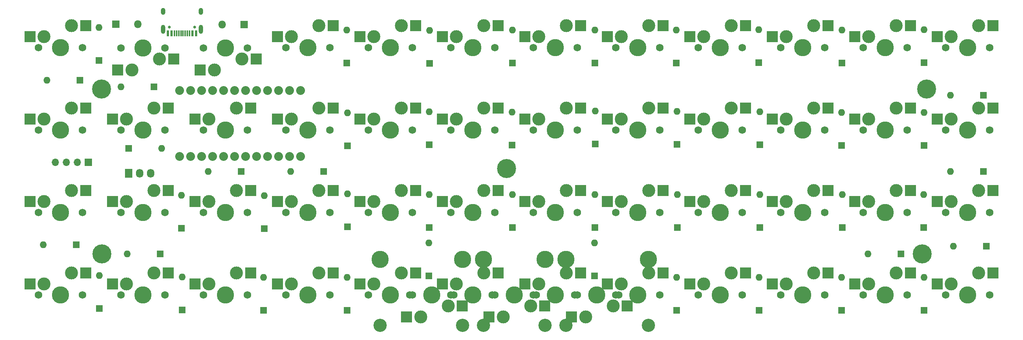
<source format=gbr>
%TF.GenerationSoftware,KiCad,Pcbnew,(6.0.6)*%
%TF.CreationDate,2023-05-08T18:03:42+05:30*%
%TF.ProjectId,Contra,436f6e74-7261-42e6-9b69-6361645f7063,rev?*%
%TF.SameCoordinates,Original*%
%TF.FileFunction,Soldermask,Bot*%
%TF.FilePolarity,Negative*%
%FSLAX46Y46*%
G04 Gerber Fmt 4.6, Leading zero omitted, Abs format (unit mm)*
G04 Created by KiCad (PCBNEW (6.0.6)) date 2023-05-08 18:03:42*
%MOMM*%
%LPD*%
G01*
G04 APERTURE LIST*
%ADD10C,3.987800*%
%ADD11C,1.750000*%
%ADD12C,3.000000*%
%ADD13R,2.550000X2.500000*%
%ADD14C,3.048000*%
%ADD15C,0.700000*%
%ADD16C,4.400000*%
%ADD17R,1.730000X2.030000*%
%ADD18O,1.730000X2.030000*%
%ADD19C,2.032000*%
%ADD20R,1.600000X1.600000*%
%ADD21O,1.600000X1.600000*%
%ADD22R,1.700000X1.700000*%
%ADD23O,1.700000X1.700000*%
%ADD24C,0.650000*%
%ADD25R,0.600000X1.450000*%
%ADD26R,0.300000X1.450000*%
%ADD27O,1.000000X2.100000*%
%ADD28O,1.000000X1.600000*%
%ADD29R,1.800000X1.800000*%
%ADD30O,1.800000X1.800000*%
G04 APERTURE END LIST*
D10*
%TO.C,MX1*%
X38100000Y-38100000D03*
D11*
X33020000Y-38100000D03*
D12*
X34290000Y-35560000D03*
D11*
X43180000Y-38100000D03*
D12*
X40640000Y-33020000D03*
D13*
X31015000Y-35560000D03*
X43942000Y-33020000D03*
%TD*%
D12*
%TO.C,MX4*%
X97790000Y-33020000D03*
X91440000Y-35560000D03*
D11*
X90170000Y-38100000D03*
D10*
X95250000Y-38100000D03*
D11*
X100330000Y-38100000D03*
D13*
X88165000Y-35560000D03*
X101092000Y-33020000D03*
%TD*%
D11*
%TO.C,MX5*%
X119380000Y-38100000D03*
D12*
X116840000Y-33020000D03*
D11*
X109220000Y-38100000D03*
D10*
X114300000Y-38100000D03*
D12*
X110490000Y-35560000D03*
D13*
X107215000Y-35560000D03*
X120142000Y-33020000D03*
%TD*%
D12*
%TO.C,MX6*%
X129540000Y-35560000D03*
D11*
X128270000Y-38100000D03*
X138430000Y-38100000D03*
D10*
X133350000Y-38100000D03*
D12*
X135890000Y-33020000D03*
D13*
X126265000Y-35560000D03*
X139192000Y-33020000D03*
%TD*%
D11*
%TO.C,MX7*%
X157480000Y-38100000D03*
D12*
X154940000Y-33020000D03*
D10*
X152400000Y-38100000D03*
D11*
X147320000Y-38100000D03*
D12*
X148590000Y-35560000D03*
D13*
X145315000Y-35560000D03*
X158242000Y-33020000D03*
%TD*%
D12*
%TO.C,MX8*%
X167640000Y-35560000D03*
D11*
X166370000Y-38100000D03*
D10*
X171450000Y-38100000D03*
D11*
X176530000Y-38100000D03*
D12*
X173990000Y-33020000D03*
D13*
X164365000Y-35560000D03*
X177292000Y-33020000D03*
%TD*%
D12*
%TO.C,MX9*%
X186690000Y-35560000D03*
X193040000Y-33020000D03*
D11*
X185420000Y-38100000D03*
D10*
X190500000Y-38100000D03*
D11*
X195580000Y-38100000D03*
D13*
X183415000Y-35560000D03*
X196342000Y-33020000D03*
%TD*%
D11*
%TO.C,MX10*%
X204470000Y-38100000D03*
D12*
X205740000Y-35560000D03*
X212090000Y-33020000D03*
D10*
X209550000Y-38100000D03*
D11*
X214630000Y-38100000D03*
D13*
X202465000Y-35560000D03*
X215392000Y-33020000D03*
%TD*%
D11*
%TO.C,MX11*%
X223520000Y-38100000D03*
D12*
X224790000Y-35560000D03*
D11*
X233680000Y-38100000D03*
D12*
X231140000Y-33020000D03*
D10*
X228600000Y-38100000D03*
D13*
X221515000Y-35560000D03*
X234442000Y-33020000D03*
%TD*%
D12*
%TO.C,MX12*%
X250190000Y-33020000D03*
D11*
X242570000Y-38100000D03*
D10*
X247650000Y-38100000D03*
D12*
X243840000Y-35560000D03*
D11*
X252730000Y-38100000D03*
D13*
X240565000Y-35560000D03*
X253492000Y-33020000D03*
%TD*%
D12*
%TO.C,MX13*%
X34290000Y-54610000D03*
D11*
X43180000Y-57150000D03*
D12*
X40640000Y-52070000D03*
D11*
X33020000Y-57150000D03*
D10*
X38100000Y-57150000D03*
D13*
X31015000Y-54610000D03*
X43942000Y-52070000D03*
%TD*%
D10*
%TO.C,MX14*%
X57150000Y-57150000D03*
D12*
X53340000Y-54610000D03*
X59690000Y-52070000D03*
D11*
X62230000Y-57150000D03*
X52070000Y-57150000D03*
D13*
X50065000Y-54610000D03*
X62992000Y-52070000D03*
%TD*%
D11*
%TO.C,MX15*%
X81280000Y-57150000D03*
D12*
X78740000Y-52070000D03*
X72390000Y-54610000D03*
D11*
X71120000Y-57150000D03*
D10*
X76200000Y-57150000D03*
D13*
X69115000Y-54610000D03*
X82042000Y-52070000D03*
%TD*%
D12*
%TO.C,MX16*%
X97790000Y-52070000D03*
X91440000Y-54610000D03*
D10*
X95250000Y-57150000D03*
D11*
X100330000Y-57150000D03*
X90170000Y-57150000D03*
D13*
X88165000Y-54610000D03*
X101092000Y-52070000D03*
%TD*%
D10*
%TO.C,MX17*%
X114300000Y-57150000D03*
D12*
X116840000Y-52070000D03*
X110490000Y-54610000D03*
D11*
X109220000Y-57150000D03*
X119380000Y-57150000D03*
D13*
X107215000Y-54610000D03*
X120142000Y-52070000D03*
%TD*%
D12*
%TO.C,MX18*%
X129540000Y-54610000D03*
X135890000Y-52070000D03*
D10*
X133350000Y-57150000D03*
D11*
X138430000Y-57150000D03*
X128270000Y-57150000D03*
D13*
X126265000Y-54610000D03*
X139192000Y-52070000D03*
%TD*%
D11*
%TO.C,MX19*%
X157480000Y-57150000D03*
D12*
X148590000Y-54610000D03*
X154940000Y-52070000D03*
D10*
X152400000Y-57150000D03*
D11*
X147320000Y-57150000D03*
D13*
X145315000Y-54610000D03*
X158242000Y-52070000D03*
%TD*%
D12*
%TO.C,MX20*%
X173990000Y-52070000D03*
D10*
X171450000Y-57150000D03*
D12*
X167640000Y-54610000D03*
D11*
X176530000Y-57150000D03*
X166370000Y-57150000D03*
D13*
X164365000Y-54610000D03*
X177292000Y-52070000D03*
%TD*%
D12*
%TO.C,MX21*%
X186690000Y-54610000D03*
D10*
X190500000Y-57150000D03*
D11*
X185420000Y-57150000D03*
X195580000Y-57150000D03*
D12*
X193040000Y-52070000D03*
D13*
X183415000Y-54610000D03*
X196342000Y-52070000D03*
%TD*%
D11*
%TO.C,MX22*%
X214630000Y-57150000D03*
D12*
X205740000Y-54610000D03*
D11*
X204470000Y-57150000D03*
D10*
X209550000Y-57150000D03*
D12*
X212090000Y-52070000D03*
D13*
X202465000Y-54610000D03*
X215392000Y-52070000D03*
%TD*%
D11*
%TO.C,MX23*%
X233680000Y-57150000D03*
X223520000Y-57150000D03*
D12*
X224790000Y-54610000D03*
D10*
X228600000Y-57150000D03*
D12*
X231140000Y-52070000D03*
D13*
X221515000Y-54610000D03*
X234442000Y-52070000D03*
%TD*%
D11*
%TO.C,MX24*%
X242570000Y-57150000D03*
X252730000Y-57150000D03*
D10*
X247650000Y-57150000D03*
D12*
X243840000Y-54610000D03*
X250190000Y-52070000D03*
D13*
X240565000Y-54610000D03*
X253492000Y-52070000D03*
%TD*%
D11*
%TO.C,MX25*%
X43180000Y-76200000D03*
D12*
X34290000Y-73660000D03*
D10*
X38100000Y-76200000D03*
D12*
X40640000Y-71120000D03*
D11*
X33020000Y-76200000D03*
D13*
X31015000Y-73660000D03*
X43942000Y-71120000D03*
%TD*%
D11*
%TO.C,MX26*%
X62230000Y-76200000D03*
D12*
X59690000Y-71120000D03*
D10*
X57150000Y-76200000D03*
D11*
X52070000Y-76200000D03*
D12*
X53340000Y-73660000D03*
D13*
X50065000Y-73660000D03*
X62992000Y-71120000D03*
%TD*%
D12*
%TO.C,MX27*%
X72390000Y-73660000D03*
X78740000Y-71120000D03*
D11*
X81280000Y-76200000D03*
X71120000Y-76200000D03*
D10*
X76200000Y-76200000D03*
D13*
X69115000Y-73660000D03*
X82042000Y-71120000D03*
%TD*%
D12*
%TO.C,MX28*%
X97790000Y-71120000D03*
D10*
X95250000Y-76200000D03*
D11*
X90170000Y-76200000D03*
D12*
X91440000Y-73660000D03*
D11*
X100330000Y-76200000D03*
D13*
X88165000Y-73660000D03*
X101092000Y-71120000D03*
%TD*%
D11*
%TO.C,MX29*%
X109220000Y-76200000D03*
D10*
X114300000Y-76200000D03*
D11*
X119380000Y-76200000D03*
D12*
X110490000Y-73660000D03*
X116840000Y-71120000D03*
D13*
X107215000Y-73660000D03*
X120142000Y-71120000D03*
%TD*%
D12*
%TO.C,MX30*%
X135890000Y-71120000D03*
D11*
X138430000Y-76200000D03*
X128270000Y-76200000D03*
D10*
X133350000Y-76200000D03*
D12*
X129540000Y-73660000D03*
D13*
X126265000Y-73660000D03*
X139192000Y-71120000D03*
%TD*%
D12*
%TO.C,MX31*%
X148590000Y-73660000D03*
X154940000Y-71120000D03*
D10*
X152400000Y-76200000D03*
D11*
X147320000Y-76200000D03*
X157480000Y-76200000D03*
D13*
X145315000Y-73660000D03*
X158242000Y-71120000D03*
%TD*%
D11*
%TO.C,MX32*%
X176530000Y-76200000D03*
D10*
X171450000Y-76200000D03*
D12*
X173990000Y-71120000D03*
D11*
X166370000Y-76200000D03*
D12*
X167640000Y-73660000D03*
D13*
X164365000Y-73660000D03*
X177292000Y-71120000D03*
%TD*%
D11*
%TO.C,MX33*%
X195580000Y-76200000D03*
X185420000Y-76200000D03*
D10*
X190500000Y-76200000D03*
D12*
X193040000Y-71120000D03*
X186690000Y-73660000D03*
D13*
X183415000Y-73660000D03*
X196342000Y-71120000D03*
%TD*%
D10*
%TO.C,MX34*%
X209550000Y-76200000D03*
D11*
X204470000Y-76200000D03*
X214630000Y-76200000D03*
D12*
X205740000Y-73660000D03*
X212090000Y-71120000D03*
D13*
X202465000Y-73660000D03*
X215392000Y-71120000D03*
%TD*%
D11*
%TO.C,MX35*%
X223520000Y-76200000D03*
D12*
X224790000Y-73660000D03*
D10*
X228600000Y-76200000D03*
D12*
X231140000Y-71120000D03*
D11*
X233680000Y-76200000D03*
D13*
X221515000Y-73660000D03*
X234442000Y-71120000D03*
%TD*%
D11*
%TO.C,MX36*%
X252730000Y-76200000D03*
D12*
X250190000Y-71120000D03*
X243840000Y-73660000D03*
D11*
X242570000Y-76200000D03*
D10*
X247650000Y-76200000D03*
D13*
X240565000Y-73660000D03*
X253492000Y-71120000D03*
%TD*%
D11*
%TO.C,MX37*%
X33020000Y-95250000D03*
X43180000Y-95250000D03*
D10*
X38100000Y-95250000D03*
D12*
X40640000Y-90170000D03*
X34290000Y-92710000D03*
D13*
X31015000Y-92710000D03*
X43942000Y-90170000D03*
%TD*%
D11*
%TO.C,MX38*%
X62230000Y-95250000D03*
D12*
X59690000Y-90170000D03*
X53340000Y-92710000D03*
D10*
X57150000Y-95250000D03*
D11*
X52070000Y-95250000D03*
D13*
X50065000Y-92710000D03*
X62992000Y-90170000D03*
%TD*%
D12*
%TO.C,MX39*%
X78740000Y-90170000D03*
D10*
X76200000Y-95250000D03*
D11*
X81280000Y-95250000D03*
X71120000Y-95250000D03*
D12*
X72390000Y-92710000D03*
D13*
X69115000Y-92710000D03*
X82042000Y-90170000D03*
%TD*%
D12*
%TO.C,MX40*%
X97790000Y-90170000D03*
D11*
X100330000Y-95250000D03*
X90170000Y-95250000D03*
D12*
X91440000Y-92710000D03*
D10*
X95250000Y-95250000D03*
D13*
X88165000Y-92710000D03*
X101092000Y-90170000D03*
%TD*%
D12*
%TO.C,MX41*%
X116840000Y-90170000D03*
D11*
X109220000Y-95250000D03*
D12*
X110490000Y-92710000D03*
D11*
X119380000Y-95250000D03*
D10*
X114300000Y-95250000D03*
D13*
X107215000Y-92710000D03*
X120142000Y-90170000D03*
%TD*%
D11*
%TO.C,MX42*%
X138430000Y-95250000D03*
D10*
X133350000Y-95250000D03*
D11*
X128270000Y-95250000D03*
D12*
X135890000Y-90170000D03*
X129540000Y-92710000D03*
D13*
X126265000Y-92710000D03*
X139192000Y-90170000D03*
%TD*%
D12*
%TO.C,MX43*%
X154940000Y-90170000D03*
D11*
X157480000Y-95250000D03*
X147320000Y-95250000D03*
D10*
X152400000Y-95250000D03*
D12*
X148590000Y-92710000D03*
D13*
X145315000Y-92710000D03*
X158242000Y-90170000D03*
%TD*%
D10*
%TO.C,MX44*%
X171450000Y-95250000D03*
D11*
X166370000Y-95250000D03*
X176530000Y-95250000D03*
D12*
X173990000Y-90170000D03*
X167640000Y-92710000D03*
D13*
X164365000Y-92710000D03*
X177292000Y-90170000D03*
%TD*%
D11*
%TO.C,MX45*%
X195580000Y-95250000D03*
D12*
X193040000Y-90170000D03*
D10*
X190500000Y-95250000D03*
D12*
X186690000Y-92710000D03*
D11*
X185420000Y-95250000D03*
D13*
X183415000Y-92710000D03*
X196342000Y-90170000D03*
%TD*%
D12*
%TO.C,MX46*%
X212090000Y-90170000D03*
D11*
X204470000Y-95250000D03*
D12*
X205740000Y-92710000D03*
D11*
X214630000Y-95250000D03*
D10*
X209550000Y-95250000D03*
D13*
X202465000Y-92710000D03*
X215392000Y-90170000D03*
%TD*%
D11*
%TO.C,MX47*%
X233680000Y-95250000D03*
X223520000Y-95250000D03*
D12*
X224790000Y-92710000D03*
X231140000Y-90170000D03*
D10*
X228600000Y-95250000D03*
D13*
X221515000Y-92710000D03*
X234442000Y-90170000D03*
%TD*%
D12*
%TO.C,MX48*%
X243840000Y-92710000D03*
X250190000Y-90170000D03*
D11*
X252730000Y-95250000D03*
D10*
X247650000Y-95250000D03*
D11*
X242570000Y-95250000D03*
D13*
X240565000Y-92710000D03*
X253492000Y-90170000D03*
%TD*%
D12*
%TO.C,MX49*%
X140335000Y-100330000D03*
D10*
X130937000Y-86995000D03*
D14*
X154813000Y-102235000D03*
D11*
X147955000Y-95250000D03*
D10*
X154813000Y-86995000D03*
D11*
X137795000Y-95250000D03*
D14*
X130937000Y-102235000D03*
D10*
X142875000Y-95250000D03*
D12*
X146685000Y-97790000D03*
D13*
X149960000Y-97790000D03*
X137033000Y-100330000D03*
%TD*%
D15*
%TO.C,REF\u002A\u002A*%
X237108200Y-87381200D03*
X238274926Y-86897926D03*
X238758200Y-85731200D03*
X235941474Y-84564474D03*
X237108200Y-84081200D03*
D16*
X237108200Y-85731200D03*
D15*
X235941474Y-86897926D03*
X235458200Y-85731200D03*
X238274926Y-84564474D03*
%TD*%
%TO.C,REF\u002A\u002A*%
X238118200Y-45981200D03*
X238118200Y-49281200D03*
X236951474Y-48797926D03*
X239768200Y-47631200D03*
X236468200Y-47631200D03*
X239284926Y-46464474D03*
D16*
X238118200Y-47631200D03*
D15*
X239284926Y-48797926D03*
X236951474Y-46464474D03*
%TD*%
%TO.C,REF\u002A\u002A*%
X139951474Y-64824474D03*
X142284926Y-67157926D03*
X142284926Y-64824474D03*
X141118200Y-64341200D03*
X139951474Y-67157926D03*
X141118200Y-67641200D03*
X142768200Y-65991200D03*
X139468200Y-65991200D03*
D16*
X141118200Y-65991200D03*
%TD*%
D15*
%TO.C,REF\u002A\u002A*%
X46421474Y-48767926D03*
X49238200Y-47601200D03*
X45938200Y-47601200D03*
D16*
X47588200Y-47601200D03*
D15*
X47588200Y-49251200D03*
X47588200Y-45951200D03*
X48754926Y-48767926D03*
X46421474Y-46434474D03*
X48754926Y-46434474D03*
%TD*%
%TO.C,REF\u002A\u002A*%
X46451474Y-84564474D03*
D16*
X47618200Y-85731200D03*
D15*
X45968200Y-85731200D03*
X48784926Y-84564474D03*
X49268200Y-85731200D03*
X48784926Y-86897926D03*
X47618200Y-84081200D03*
X46451474Y-86897926D03*
X47618200Y-87381200D03*
%TD*%
D11*
%TO.C,MX2*%
X52049680Y-38120320D03*
D12*
X60939680Y-40660320D03*
D10*
X57129680Y-38120320D03*
D12*
X54589680Y-43200320D03*
D11*
X62209680Y-38120320D03*
D13*
X64214680Y-40660320D03*
X51287680Y-43200320D03*
%TD*%
D12*
%TO.C,MX3*%
X73649840Y-43200320D03*
D10*
X76189840Y-38120320D03*
D11*
X71109840Y-38120320D03*
X81269840Y-38120320D03*
D12*
X79999840Y-40660320D03*
D13*
X83274840Y-40660320D03*
X70347840Y-43200320D03*
%TD*%
D14*
%TO.C,MX43*%
X149992200Y-102231200D03*
D12*
X159390200Y-100326200D03*
D10*
X161930200Y-95246200D03*
D12*
X165740200Y-97786200D03*
D14*
X173868200Y-102231200D03*
D11*
X167010200Y-95246200D03*
D10*
X149992200Y-86991200D03*
D11*
X156850200Y-95246200D03*
D10*
X173868200Y-86991200D03*
D13*
X169015200Y-97786200D03*
X156088200Y-100326200D03*
%TD*%
D17*
%TO.C,J3*%
X53868200Y-67071200D03*
D18*
X56408200Y-67071200D03*
X58948200Y-67071200D03*
%TD*%
D11*
%TO.C,MX42*%
X118746200Y-95246200D03*
D10*
X111888200Y-86991200D03*
X135764200Y-86991200D03*
D14*
X135764200Y-102231200D03*
D11*
X128906200Y-95246200D03*
D12*
X127636200Y-97786200D03*
D14*
X111888200Y-102231200D03*
D10*
X123826200Y-95246200D03*
D12*
X121286200Y-100326200D03*
D13*
X130911200Y-97786200D03*
X117984200Y-100326200D03*
%TD*%
D19*
%TO.C,U1*%
X65623440Y-47934880D03*
X68163440Y-47934880D03*
X70703440Y-47934880D03*
X73243440Y-47934880D03*
X75783440Y-47934880D03*
X78323440Y-47934880D03*
X80863440Y-47934880D03*
X83403440Y-47934880D03*
X85943440Y-47934880D03*
X88483440Y-47934880D03*
X91023440Y-47934880D03*
X93563440Y-47934880D03*
X93563440Y-63174880D03*
X91023440Y-63174880D03*
X88483440Y-63174880D03*
X85943440Y-63174880D03*
X83403440Y-63174880D03*
X80863440Y-63174880D03*
X78323440Y-63174880D03*
X75783440Y-63174880D03*
X73243440Y-63174880D03*
X70703440Y-63174880D03*
X68163440Y-63174880D03*
X65623440Y-63174880D03*
%TD*%
D20*
%TO.C,D1*%
X46958200Y-41016200D03*
D21*
X46958200Y-33396200D03*
%TD*%
D20*
%TO.C,D2*%
X59653200Y-47151200D03*
D21*
X52033200Y-47151200D03*
%TD*%
D20*
%TO.C,D3*%
X79851250Y-66675000D03*
D21*
X72231250Y-66675000D03*
%TD*%
D20*
%TO.C,D4*%
X104198200Y-41646200D03*
D21*
X104198200Y-34026200D03*
%TD*%
D20*
%TO.C,D5*%
X123348200Y-41706200D03*
D21*
X123348200Y-34086200D03*
%TD*%
D20*
%TO.C,D6*%
X142488200Y-41646200D03*
D21*
X142488200Y-34026200D03*
%TD*%
D20*
%TO.C,D7*%
X161508200Y-41646200D03*
D21*
X161508200Y-34026200D03*
%TD*%
D20*
%TO.C,D8*%
X180318200Y-41646200D03*
D21*
X180318200Y-34026200D03*
%TD*%
D20*
%TO.C,D9*%
X199398200Y-41576200D03*
D21*
X199398200Y-33956200D03*
%TD*%
D20*
%TO.C,D10*%
X218608200Y-41646200D03*
D21*
X218608200Y-34026200D03*
%TD*%
D20*
%TO.C,D11*%
X237558200Y-41576200D03*
D21*
X237558200Y-33956200D03*
%TD*%
D20*
%TO.C,D12*%
X251279660Y-49075340D03*
D21*
X243659660Y-49075340D03*
%TD*%
D20*
%TO.C,D13*%
X42563200Y-45621200D03*
D21*
X34943200Y-45621200D03*
%TD*%
D20*
%TO.C,D14*%
X53813200Y-61391200D03*
D21*
X61433200Y-61391200D03*
%TD*%
D20*
%TO.C,D15*%
X98901250Y-66675000D03*
D21*
X91281250Y-66675000D03*
%TD*%
D20*
%TO.C,D16*%
X104398200Y-60786200D03*
D21*
X104398200Y-53166200D03*
%TD*%
D20*
%TO.C,D17*%
X123278200Y-60526200D03*
D21*
X123278200Y-52906200D03*
%TD*%
D20*
%TO.C,D18*%
X142428200Y-60586200D03*
D21*
X142428200Y-52966200D03*
%TD*%
D20*
%TO.C,D19*%
X161638200Y-60326200D03*
D21*
X161638200Y-52706200D03*
%TD*%
D20*
%TO.C,D20*%
X180518200Y-60456200D03*
D21*
X180518200Y-52836200D03*
%TD*%
D20*
%TO.C,D21*%
X199598200Y-60526200D03*
D21*
X199598200Y-52906200D03*
%TD*%
D20*
%TO.C,D22*%
X218548200Y-60656200D03*
D21*
X218548200Y-53036200D03*
%TD*%
D20*
%TO.C,D23*%
X237558200Y-60656200D03*
D21*
X237558200Y-53036200D03*
%TD*%
D20*
%TO.C,D24*%
X251301250Y-66675000D03*
D21*
X243681250Y-66675000D03*
%TD*%
D20*
%TO.C,D25*%
X61118750Y-85725000D03*
D21*
X53498750Y-85725000D03*
%TD*%
D20*
%TO.C,D26*%
X65988200Y-79806200D03*
D21*
X65988200Y-72186200D03*
%TD*%
D20*
%TO.C,D27*%
X85188200Y-79851250D03*
D21*
X85188200Y-72231250D03*
%TD*%
D20*
%TO.C,D28*%
X104348200Y-79496200D03*
D21*
X104348200Y-71876200D03*
%TD*%
D20*
%TO.C,D29*%
X123278200Y-79666200D03*
D21*
X123278200Y-72046200D03*
%TD*%
D20*
%TO.C,D30*%
X142488200Y-79666200D03*
D21*
X142488200Y-72046200D03*
%TD*%
D20*
%TO.C,D31*%
X161568200Y-79606200D03*
D21*
X161568200Y-71986200D03*
%TD*%
D20*
%TO.C,D32*%
X180578200Y-79606200D03*
D21*
X180578200Y-71986200D03*
%TD*%
D20*
%TO.C,D33*%
X199628200Y-79606200D03*
D21*
X199628200Y-71986200D03*
%TD*%
D20*
%TO.C,D34*%
X218678200Y-79606200D03*
D21*
X218678200Y-71986200D03*
%TD*%
D20*
%TO.C,D35*%
X232251250Y-85725000D03*
D21*
X224631250Y-85725000D03*
%TD*%
D20*
%TO.C,D36*%
X237498200Y-79606200D03*
D21*
X237498200Y-71986200D03*
%TD*%
D20*
%TO.C,D37*%
X41751250Y-83611200D03*
D21*
X34131250Y-83611200D03*
%TD*%
D20*
%TO.C,D38*%
X47018200Y-98316200D03*
D21*
X47018200Y-90696200D03*
%TD*%
D20*
%TO.C,D39*%
X66168200Y-98686200D03*
D21*
X66168200Y-91066200D03*
%TD*%
D20*
%TO.C,D40*%
X85018200Y-98736200D03*
D21*
X85018200Y-91116200D03*
%TD*%
D20*
%TO.C,D41*%
X104328200Y-98786200D03*
D21*
X104328200Y-91166200D03*
%TD*%
D20*
%TO.C,D42*%
X123198200Y-90821200D03*
D21*
X123198200Y-83201200D03*
%TD*%
D20*
%TO.C,D43*%
X161478200Y-90801200D03*
D21*
X161478200Y-83181200D03*
%TD*%
D20*
%TO.C,D44*%
X180438200Y-98786200D03*
D21*
X180438200Y-91166200D03*
%TD*%
D20*
%TO.C,D45*%
X199488200Y-98786200D03*
D21*
X199488200Y-91166200D03*
%TD*%
D20*
%TO.C,D46*%
X218538200Y-98786200D03*
D21*
X218538200Y-91166200D03*
%TD*%
D20*
%TO.C,D47*%
X237588200Y-98786200D03*
D21*
X237588200Y-91166200D03*
%TD*%
D20*
%TO.C,D48*%
X251933200Y-83951200D03*
D21*
X244313200Y-83951200D03*
%TD*%
D22*
%TO.C,J1*%
X44558200Y-64581200D03*
D23*
X42018200Y-64581200D03*
X39478200Y-64581200D03*
X36938200Y-64581200D03*
%TD*%
D24*
%TO.C,USB-C*%
X69041760Y-33334000D03*
X63261760Y-33334000D03*
D25*
X62901760Y-34779000D03*
X63701760Y-34779000D03*
D26*
X64901760Y-34779000D03*
X65901760Y-34779000D03*
X66401760Y-34779000D03*
X67401760Y-34779000D03*
D25*
X68601760Y-34779000D03*
X69401760Y-34779000D03*
X69401760Y-34779000D03*
X68601760Y-34779000D03*
D26*
X67901760Y-34779000D03*
X66901760Y-34779000D03*
X65401760Y-34779000D03*
X64401760Y-34779000D03*
D25*
X63701760Y-34779000D03*
X62901760Y-34779000D03*
D27*
X61831760Y-33864000D03*
X70471760Y-33864000D03*
D28*
X70471760Y-29684000D03*
X61831760Y-29684000D03*
%TD*%
D29*
%TO.C,R3*%
X50833200Y-32651200D03*
D30*
X55913200Y-32651200D03*
%TD*%
D29*
%TO.C,R4*%
X80513200Y-32701200D03*
D30*
X75433200Y-32701200D03*
%TD*%
M02*

</source>
